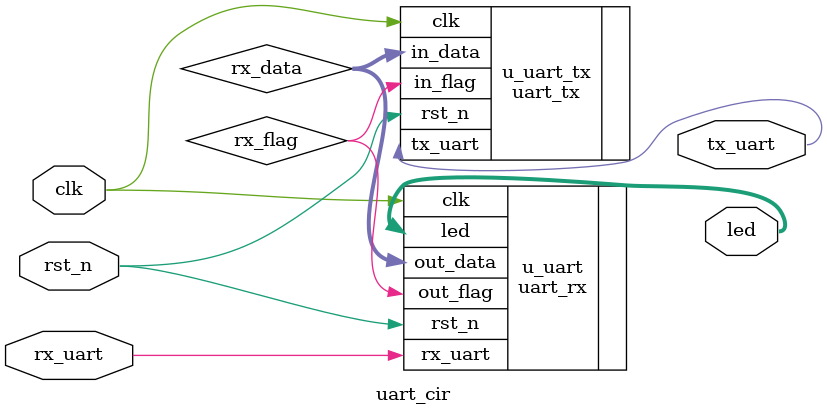
<source format=v>
module uart_cir (
    clk         ,
    rst_n       ,
    rx_uart     ,
    tx_uart     ,
    led
);

input   clk         ;
input   rst_n       ;
input   rx_uart     ;
output  tx_uart     ;
output [2:0]    led ;

    wire    rx_flag     ;
    wire [7:0] rx_data  ;

uart_rx  u_uart (
    .clk                     ( clk             ),
    .rst_n                   ( rst_n           ),
    .rx_uart                 ( rx_uart         ),

    .led                     ( led      [2:0]  ),
    .out_data                ( rx_data  [7:0]  ),
    .out_flag                ( rx_flag         )
);

uart_tx u_uart_tx (
    .clk                     ( clk            ),
    .rst_n                   ( rst_n          ),
    .in_data                 ( rx_data  [7:0] ),
    .in_flag                 ( rx_flag        ),

    .tx_uart                 ( tx_uart        )
);

endmodule //uart_cir
</source>
